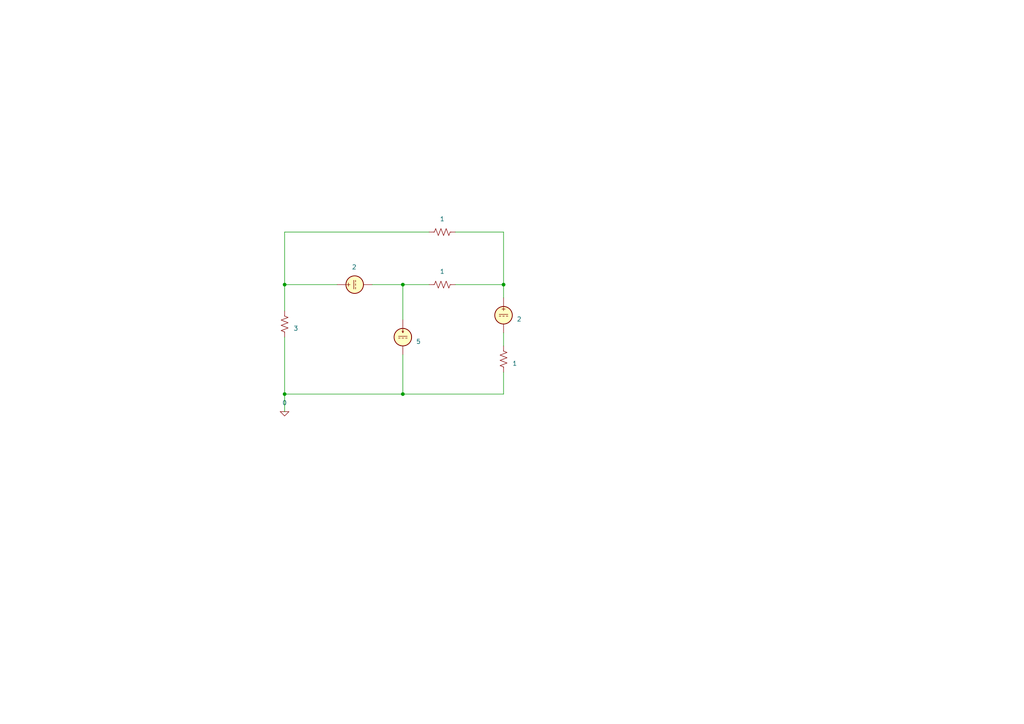
<source format=kicad_sch>
(kicad_sch (version 20250114) (generator "eeschema") (generator_version "9.0")
  (paper "A4")
  (lib_symbols
    (symbol "Device:R_US" (pin_numbers (hide yes)) (pin_names (offset 0))
      (property "Reference" "R" (at 2.54 0 90))
      (property "Value" "R_US" (at -2.54 0 90))
      (symbol "R_US_0_1"
        (polyline (pts (xy 0 2.286) (xy 0 2.54)))
        (polyline (pts (xy 0 2.286) (xy 1.016 1.905) (xy 0 1.524) (xy -1.016 1.143) (xy 0 0.762)))
        (polyline (pts (xy 0 0.762) (xy 1.016 0.381) (xy 0 0) (xy -1.016 -0.381) (xy 0 -0.762)))
        (polyline (pts (xy 0 -0.762) (xy 1.016 -1.143) (xy 0 -1.524) (xy -1.016 -1.905) (xy 0 -2.286)))
        (polyline (pts (xy 0 -2.286) (xy 0 -2.54)))
      )
      (symbol "R_US_1_1"
        (pin passive line (at 0 3.81 270) (length 1.27) (name "~") (number "1"))
        (pin passive line (at 0 -3.81 90) (length 1.27) (name "~") (number "2"))
      )
    )
    (symbol "Simulation_SPICE:0" (power) (pin_numbers (hide yes)) (pin_names (offset 0) (hide yes))
      (property "Value" "0" (at 0 -2.54 0))
      (symbol "0_0_1"
        (polyline (pts (xy -1.27 0) (xy 0 -1.27) (xy 1.27 0) (xy -1.27 0)))
      )
      (symbol "0_1_1"
        (pin power_in line (at 0 0 0) (length 0) (name "~") (number "1"))
      )
    )
    (symbol "Simulation_SPICE:IDC" (pin_numbers (hide yes)) (pin_names (offset 0.0254))
      (property "Reference" "I" (at 2.54 2.54 0))
      (property "Value" "1" (at 2.54 0 0))
      (symbol "IDC_0_0"
        (polyline (pts (xy -1.27 0.254) (xy 1.27 0.254)))
        (polyline (pts (xy -0.762 -0.254) (xy -1.27 -0.254)))
        (polyline (pts (xy 0.254 -0.254) (xy -0.254 -0.254)))
        (polyline (pts (xy 1.27 -0.254) (xy 0.762 -0.254)))
      )
      (symbol "IDC_0_1"
        (polyline (pts (xy -0.254 1.778) (xy 0 1.27) (xy 0.254 1.778)))
        (polyline (pts (xy 0 1.27) (xy 0 2.286)))
        (circle (center 0 0) (radius 2.54) (stroke (width 0.254)) (fill (type background)))
      )
      (symbol "IDC_1_1"
        (pin passive line (at 0 5.08 270) (length 2.54) (name "~") (number "1"))
        (pin passive line (at 0 -5.08 90) (length 2.54) (name "~") (number "2"))
      )
    )
    (symbol "Simulation_SPICE:VDC" (pin_numbers (hide yes)) (pin_names (offset 0.0254))
      (property "Reference" "V" (at 2.54 2.54 0))
      (property "Value" "1" (at 2.54 0 0))
      (symbol "VDC_0_0"
        (polyline (pts (xy -1.27 0.254) (xy 1.27 0.254)))
        (polyline (pts (xy -0.762 -0.254) (xy -1.27 -0.254)))
        (polyline (pts (xy 0.254 -0.254) (xy -0.254 -0.254)))
        (polyline (pts (xy 1.27 -0.254) (xy 0.762 -0.254)))
        (text "+" (at 0 1.905 0) (effects (font (size 1.27 1.27))))
      )
      (symbol "VDC_0_1"
        (circle (center 0 0) (radius 2.54) (stroke (width 0.254)) (fill (type background)))
      )
      (symbol "VDC_1_1"
        (pin passive line (at 0 5.08 270) (length 2.54) (name "~") (number "1"))
        (pin passive line (at 0 -5.08 90) (length 2.54) (name "~") (number "2"))
      )
    )
  )
  (junction (at 116.84 114.3))
  (junction (at 82.55 114.3))
  (junction (at 146.05 82.55))
  (junction (at 116.84 82.55))
  (junction (at 82.55 82.55))
  (wire (pts (xy 116.84 102.87) (xy 116.84 114.3)))
  (wire (pts (xy 146.05 67.31) (xy 146.05 82.55)))
  (wire (pts (xy 107.95 82.55) (xy 116.84 82.55)))
  (wire (pts (xy 116.84 82.55) (xy 124.46 82.55)))
  (wire (pts (xy 116.84 82.55) (xy 116.84 92.71)))
  (wire (pts (xy 124.46 67.31) (xy 82.55 67.31)))
  (wire (pts (xy 82.55 82.55) (xy 82.55 90.17)))
  (wire (pts (xy 146.05 96.52) (xy 146.05 100.33)))
  (wire (pts (xy 82.55 97.79) (xy 82.55 114.3)))
  (wire (pts (xy 146.05 114.3) (xy 116.84 114.3)))
  (wire (pts (xy 82.55 114.3) (xy 82.55 119.38)))
  (wire (pts (xy 82.55 82.55) (xy 97.79 82.55)))
  (wire (pts (xy 132.08 82.55) (xy 146.05 82.55)))
  (wire (pts (xy 146.05 107.95) (xy 146.05 114.3)))
  (wire (pts (xy 132.08 67.31) (xy 146.05 67.31)))
  (wire (pts (xy 116.84 114.3) (xy 82.55 114.3)))
  (wire (pts (xy 82.55 67.31) (xy 82.55 82.55)))
  (wire (pts (xy 146.05 82.55) (xy 146.05 86.36)))
  (symbol (lib_id "Device:R_US") (at 128.27 67.31 270) (unit 1)
    (property "Reference" "R22" (effects (hide yes)))
    (property "Value" "1" (at 128.27 63.5 90))
    (property "Description" "Resistor, US symbol" (effects (hide yes)))
  )
  (symbol (lib_id "Device:R_US") (at 128.27 82.55 90) (unit 1)
    (property "Reference" "R23" (effects (hide yes)))
    (property "Value" "1" (at 128.27 78.74 90))
    (property "Description" "Resistor, US symbol" (effects (hide yes)))
  )
  (symbol (lib_id "Device:R_US") (at 146.05 104.14 0) (unit 1)
    (property "Reference" "R21" (effects (hide yes)))
    (property "Value" "1" (at 148.59 105.4099 0) (effects (justify left)))
    (property "Description" "Resistor, US symbol" (effects (hide yes)))
  )
  (symbol (lib_id "Simulation_SPICE:0") (at 82.55 119.38 0) (unit 1)
    (property "Reference" "#GND06" (effects (hide yes)))
    (property "Value" "0" (at 82.55 116.84 0))
    (property "Datasheet" "https://ngspice.sourceforge.io/docs/ngspice-html-manual/manual.xhtml#subsec_Circuit_elements__device" (effects (hide yes)))
    (property "Description" "0V reference potential for simulation" (effects (hide yes)))
  )
  (symbol (lib_id "Simulation_SPICE:VDC") (at 146.05 91.44 0) (unit 1)
    (property "Reference" "V10" (effects (hide yes)))
    (property "Value" "2" (at 149.86 92.5801 0) (effects (justify left)))
    (property "Datasheet" "https://ngspice.sourceforge.io/docs/ngspice-html-manual/manual.xhtml#sec_Independent_Sources_for" (effects (hide yes)))
    (property "Description" "Voltage source, DC" (effects (hide yes)))
    (property "Sim.Pins" "1=+ 2=-" (effects (hide yes)))
    (property "Sim.Type" "DC" (effects (hide yes)))
    (property "Sim.Device" "V" (effects (hide yes)))
  )
  (symbol (lib_id "Simulation_SPICE:VDC") (at 102.87 82.55 90) (unit 1)
    (property "Reference" "V11" (effects (hide yes)))
    (property "Value" "2" (at 102.7402 77.47 90))
    (property "Datasheet" "https://ngspice.sourceforge.io/docs/ngspice-html-manual/manual.xhtml#sec_Independent_Sources_for" (effects (hide yes)))
    (property "Description" "Voltage source, DC" (effects (hide yes)))
    (property "Sim.Pins" "1=+ 2=-" (effects (hide yes)))
    (property "Sim.Type" "DC" (effects (hide yes)))
    (property "Sim.Device" "V" (effects (hide yes)))
  )
  (symbol (lib_id "Device:R_US") (at 82.55 93.98 0) (unit 1)
    (property "Reference" "R20" (effects (hide yes)))
    (property "Value" "3" (at 85.09 95.2499 0) (effects (justify left)))
    (property "Description" "Resistor, US symbol" (effects (hide yes)))
  )
  (symbol (lib_id "Simulation_SPICE:IDC") (at 116.84 97.79 0) (unit 1)
    (property "Reference" "I4" (effects (hide yes)))
    (property "Value" "5" (at 120.65 99.0599 0) (effects (justify left)))
    (property "Datasheet" "https://ngspice.sourceforge.io/docs/ngspice-html-manual/manual.xhtml#sec_Independent_Sources_for" (effects (hide yes)))
    (property "Description" "Current source, DC" (effects (hide yes)))
    (property "Sim.Pins" "1=+ 2=-" (effects (hide yes)))
    (property "Sim.Type" "DC" (effects (hide yes)))
    (property "Sim.Device" "I" (effects (hide yes)))
  )
)
</source>
